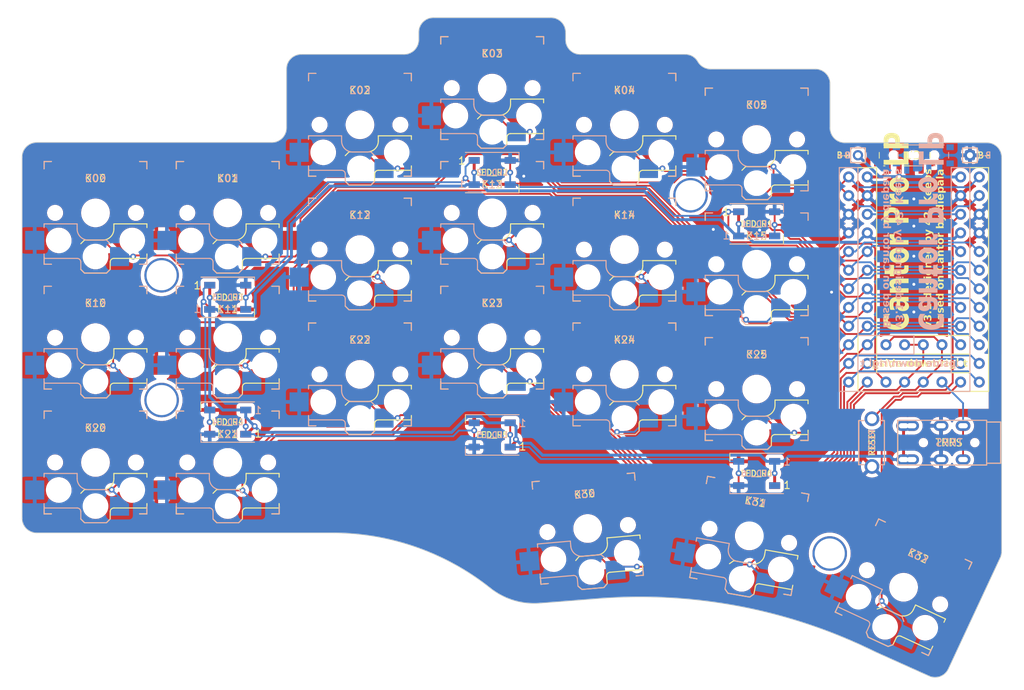
<source format=kicad_pcb>
(kicad_pcb (version 20240108) (generator "pcbnew") (generator_version "8.0")
  (title_block (title "Cantor Pro LP") (rev "3"))
  (layers (0 "F.Cu" signal) (31 "B.Cu" signal) (34 "B.Paste" user) (35 "F.Paste" user) (36 "B.SilkS" user "B.Silkscreen") (37 "F.SilkS" user "F.Silkscreen") (38 "B.Mask" user) (39 "F.Mask" user) (44 "Edge.Cuts" user))
  (net 0 "")
  (net 1 "+3V3")
  (net 2 "GND")
  (net 3 "/DATA")
  (net 4 "/k00")
  (net 5 "/k01")
  (net 6 "/k02")
  (net 7 "/k03")
  (net 8 "/k04")
  (net 9 "/k05")
  (net 10 "/k10")
  (net 11 "/k11")
  (net 12 "/k12")
  (net 13 "/k13")
  (net 14 "/k14")
  (net 15 "/k15")
  (net 16 "/k20")
  (net 17 "/k21")
  (net 18 "/k22")
  (net 19 "/k23")
  (net 20 "/k24")
  (net 21 "/k25")
  (net 22 "/k30")
  (net 23 "/k31")
  (net 24 "/k32")
  (net 26 "/RGB")
  (net 27 "/RESET")
  (net 32 "/LED1-2")
  (net 33 "/LED2-3")
  (net 34 "/LED3-4")
  (net 35 "/LED4-5")
  (net 36 "/LED5-6")
  (net 39 "/BAT")
  (net 40 "/RAW")
  (footprint "42keebs:Kailh_socket_PG1350_reversible_cropped_pads_rounded_cutouts_no_pin4" (layer "F.Cu") (at 164 94)
    (property "Reference" "K25")
    (property "Value" "KEYSW")
  )
  (footprint "42keebs:Kailh_socket_PG1350_reversible_cropped_pads_rounded_cutouts_no_pin4" (layer "F.Cu") (at 146 92)
    (property "Reference" "K24")
    (property "Value" "KEYSW")
  )
  (footprint "42keebs:LED_WS2812B_PLCC4_5.0x5.0mm_P3.2mm_w_cutout" (layer "F.Cu") (at 92 81.5)
    (property "Reference" "LED_R3" (hide yes))
    (property "Value" "WS2812B" (hide yes))
  )
  (footprint "42keebs:Kailh_socket_PG1350_reversible_cropped_pads_rounded_cutouts_no_pin4" (layer "F.Cu") (at 92 104)
    (property "Reference" "K21")
    (property "Value" "KEYSW")
  )
  (footprint "42keebs:LED_WS2812B_PLCC4_5.0x5.0mm_P3.2mm_w_cutout" (layer "F.Cu") (at 164 105.5 180)
    (property "Reference" "LED_R6")
    (property "Value" "WS2812B" (hide yes))
  )
  (footprint "42keebs:LED_WS2812B_PLCC4_5.0x5.0mm_P3.2mm_w_cutout" (layer "F.Cu") (at 128.003769 100.25 180)
    (property "Reference" "LED_R5")
    (property "Value" "WS2812B" (hide yes))
  )
  (footprint "42keebs:Kailh_socket_PG1350_reversible_cropped_pads_rounded_cutouts_no_pin4" (layer "F.Cu") (at 110 58)
    (property "Reference" "K02")
    (property "Value" "KEYSW")
  )
  (footprint "42keebs:Kailh_socket_PG1350_reversible_cropped_pads_rounded_cutouts_no_pin4" (layer "F.Cu") (at 74 87)
    (property "Reference" "K10")
    (property "Value" "KEYSW")
  )
  (footprint "cantor:Standoff_Hole" (layer "F.Cu") (at 83 78.5)
    (property "Reference" "H1" (hide yes))
    (property "Value" "MountingHole" (hide yes))
  )
  (footprint "42keebs:LED_WS2812B_PLCC4_5.0x5.0mm_P3.2mm_w_cutout" (layer "F.Cu") (at 92 98.5 180)
    (property "Reference" "LED_R4")
    (property "Value" "WS2812B" (hide yes))
  )
  (footprint "42keebs:Kailh_socket_PG1350_reversible_cropped_pads_rounded_cutouts_no_pin4" (layer "F.Cu") (at 146 58)
    (property "Reference" "K04")
    (property "Value" "KEYSW")
  )
  (footprint "42keebs:Kailh_socket_PG1350_reversible_cropped_pads_rounded_cutouts_no_pin4" (layer "F.Cu") (at 110 75)
    (property "Reference" "K12")
    (property "Value" "KEYSW")
  )
  (footprint "42keebs:SW_SPDT_PCM12_double_sided_shifted_with_edge_cutouts" (layer "F.Cu") (at 185.414616 62.48 180)
    (property "Reference" "SW2" (hide yes))
    (property "Value" "POWER")
  )
  (footprint "cantor:Standoff_Hole" (layer "F.Cu") (at 173.95 116.4)
    (property "Reference" "H4" (hide yes))
    (property "Value" "MountingHole" (hide yes))
  )
  (footprint "42keebs:Kailh_socket_PG1350_reversible_cropped_pads_rounded_cutouts_no_pin4" (layer "F.Cu") (at 141 113 5)
    (property "Reference" "K30")
    (property "Value" "KEYSW")
  )
  (footprint "42keebs:Kailh_socket_PG1350_reversible_cropped_pads_rounded_cutouts_no_pin4" (layer "F.Cu") (at 92 70)
    (property "Reference" "K01")
    (property "Value" "KEYSW")
  )
  (footprint "cantor:TACT_SWITCH_TVBP06" (layer "F.Cu") (at 179.698 101.3 90)
    (property "Reference" "SW1" (hide yes))
    (property "Value" "RESET" (hide yes))
  )
  (footprint "42keebs:Kailh_socket_PG1350_reversible_cropped_pads_rounded_cutouts_no_pin4" (layer "F.Cu") (at 146 75)
    (property "Reference" "K14")
    (property "Value" "KEYSW")
  )
  (footprint "42keebs:Kailh_socket_PG1350_reversible_cropped_pads_rounded_cutouts_no_pin4" (layer "F.Cu") (at 128 87)
    (property "Reference" "K23")
    (property "Value" "KEYSW")
  )
  (footprint "42keebs:Kailh_socket_PG1350_reversible_cropped_pads_rounded_cutouts_no_pin4" (layer "F.Cu") (at 128 53)
    (property "Reference" "K03")
    (property "Value" "KEYSW")
  )
  (footprint "cantor:Standoff_Hole" (layer "F.Cu") (at 83 95.5)
    (property "Reference" "H3" (hide yes))
    (property "Value" "MountingHole" (hide yes))
  )
  (footprint "42keebs:Kailh_socket_PG1350_reversible_cropped_pads_rounded_cutouts_no_pin4" (layer "F.Cu") (at 110 92)
    (property "Reference" "K22")
    (property "Value" "KEYSW")
  )
  (footprint "42keebs:TRRS-PJ-320A-reversible-symmetric" (layer "F.Cu") (at 195.3 101.3 -90)
    (property "Reference" "J1" (hide yes))
    (property "Value" "TRRS")
  )
  (footprint "42keebs:Kailh_socket_PG1350_reversible_cropped_pads_rounded_cutouts_no_pin4" (layer "F.Cu") (at 164 77)
    (property "Reference" "K15")
    (property "Value" "KEYSW")
  )
  (footprint "cantor:Standoff_Hole" (layer "F.Cu") (at 155 67.6)
    (property "Reference" "H2" (hide yes))
    (property "Value" "MountingHole" (hide yes))
  )
  (footprint "42keebs:Kailh_socket_PG1350_reversible_cropped_pads_rounded_cutouts_no_pin4" (layer "F.Cu") (at 184 121 -25)
    (property "Reference" "K32")
    (property "Value" "KEYSW")
  )
  (footprint "42keebs:Kailh_socket_PG1350_reversible_cropped_pads_rounded_cutouts_no_pin4" (layer "F.Cu") (at 92 87)
    (property "Reference" "K11")
    (property "Value" "KEYSW")
  )
  (footprint "42keebs:ProMicro_Battery_Connector_Double_Sided_wide" (layer "F.Cu") (at 185.414616 62.15)
    (property "Reference" "J2")
    (property "Value" "BAT" (hide yes))
  )
  (footprint "42keebs:Frood_nice-nano_PinHeader_2x12+5+3_P2.54mm_Dual_V-aligned" (layer "F.Cu") (at 185.414616 62.56725)
    (property "Reference" "U1" (hide yes))
    (property "Value" "Frood/nice!nano" (hide yes))
  )
  (footprint "42keebs:LED_WS2812B_PLCC4_5.0x5.0mm_P3.2mm_w_cutout" (layer "F.Cu") (at 164 71.5)
    (property "Reference" "LED_R1" (hide yes))
    (property "Value" "WS2812B" (hide yes))
  )
  (footprint "42keebs:Kailh_socket_PG1350_reversible_cropped_pads_rounded_cutouts_no_pin4" (layer "F.Cu") (at 164 60)
    (property "Reference" "K05")
    (property "Value" "KEYSW")
  )
  (footprint "42keebs:Kailh_socket_PG1350_reversible_cropped_pads_rounded_cutouts_no_pin4" (layer "F.Cu") (at 74 103.999999)
    (property "Reference" "K20")
    (property "Value" "KEYSW")
  )
  (footprint "42keebs:Kailh_socket_PG1350_reversible_cropped_pads_rounded_cutouts_no_pin4" (layer "F.Cu") (at 128 70)
    (property "Reference" "K13")
    (property "Value" "KEYSW")
  )
  (footprint "42keebs:LED_WS2812B_PLCC4_5.0x5.0mm_P3.2mm_w_cutout" (layer "F.Cu") (at 128 64.5)
    (property "Reference" "LED_R2" (hide yes))
    (property "Value" "WS2812B" (hide yes))
  )
  (footprint "42keebs:Kailh_socket_PG1350_reversible_cropped_pads_rounded_cutouts_no_pin4" (layer "F.Cu") (at 74 70)
    (property "Reference" "K00")
    (property "Value" "KEYSW")
  )
  (footprint "42keebs:Kailh_socket_PG1350_reversible_cropped_pads_rounded_cutouts_no_pin4" (layer "F.Cu") (at 163 114 -10)
    (property "Reference" "K31")
    (property "Value" "KEYSW")
  )
  (footprint "42keebs:LED_WS2812B_PLCC4_5.0x5.0mm_P3.2mm_w_cutout" (layer "B.Cu") (at 164 105.5 180)
    (property "Reference" "LED_L6" (hide yes))
    (property "Value" "WS2812B" (hide yes))
  )
  (footprint "42keebs:LED_WS2812B_PLCC4_5.0x5.0mm_P3.2mm_w_cutout" (layer "B.Cu") (at 92 81.5)
    (property "Reference" "LED_L3")
    (property "Value" "WS2812B" (hide yes))
  )
  (footprint "42keebs:LED_WS2812B_PLCC4_5.0x5.0mm_P3.2mm_w_cutout" (layer "B.Cu") (at 164 71.5)
    (property "Reference" "LED_L1")
    (property "Value" "WS2812B" (hide yes))
  )
  (footprint "42keebs:LED_WS2812B_PLCC4_5.0x5.0mm_P3.2mm_w_cutout" (layer "B.Cu") (at 128 64.5)
    (property "Reference" "LED_L2")
    (property "Value" "WS2812B" (hide yes))
  )
  (footprint "42keebs:LED_WS2812B_PLCC4_5.0x5.0mm_P3.2mm_w_cutout" (layer "B.Cu") (at 92 98.5 180)
    (property "Reference" "LED_L4" (hide yes))
    (property "Value" "WS2812B" (hide yes))
  )
  (footprint "42keebs:LED_WS2812B_PLCC4_5.0x5.0mm_P3.2mm_w_cutout" (layer "B.Cu") (at 128.003769 100.25 180)
    (property "Reference" "LED_L5" (hide yes))
    (property "Value" "WS2812B" (hide yes))
  )
  (gr_arc (start 100 50.4) (mid 100.585786 48.985786) (end 102 48.4) (stroke (width 0.1)) (layer "Edge.Cuts"))
  (gr_line (start 66 113.599999) (end 106.5 113.6) (stroke (width 0.1)) (layer "Edge.Cuts"))
  (gr_arc (start 134.5 123.175) (mid 130.930967 122.788889) (end 127.75 121.125) (stroke (width 0.1)) (layer "Edge.Cuts"))
  (gr_arc (start 176.000206 60.433998) (mid 174.585993 59.848211) (end 174.000207 58.433998) (stroke (width 0.1)) (layer "Edge.Cuts"))
  (gr_arc (start 118 45.4) (mid 118.585786 43.985786) (end 120 43.4) (stroke (width 0.1)) (layer "Edge.Cuts"))
  (gr_line (start 190.102526 132.122904) (end 197.161654 116.984668) (stroke (width 0.1)) (layer "Edge.Cuts"))
  (gr_line (start 172.000208 50.4) (end 157.750002 50.399998) (stroke (width 0.1)) (layer "Edge.Cuts"))
  (gr_line (start 118 45.4) (end 118 46.4) (stroke (width 0.1)) (layer "Edge.Cuts"))
  (gr_line (start 138 46.4) (end 138 45.4) (stroke (width 0.1)) (layer "Edge.Cuts"))
  (gr_arc (start 190.102526 132.122904) (mid 188.987801 133.151954) (end 187.471518 133.10256) (stroke (width 0.1)) (layer "Edge.Cuts"))
  (gr_line (start 195.352208 60.434) (end 176.000206 60.433998) (stroke (width 0.1)) (layer "Edge.Cuts"))
  (gr_line (start 174.000207 58.433998) (end 174.000207 52.4) (stroke (width 0.1)) (layer "Edge.Cuts"))
  (gr_line (start 100 50.4) (end 100 58.4) (stroke (width 0.1)) (layer "Edge.Cuts"))
  (gr_line (start 98 60.4) (end 66 60.4) (stroke (width 0.1)) (layer "Edge.Cuts"))
  (gr_arc (start 136.000001 43.4) (mid 137.414214 43.985787) (end 138 45.4) (stroke (width 0.1)) (layer "Edge.Cuts"))
  (gr_arc (start 118 46.4) (mid 117.414214 47.814214) (end 116 48.4) (stroke (width 0.1)) (layer "Edge.Cuts"))
  (gr_arc (start 66 113.599999) (mid 64.585787 113.014213) (end 64 111.6) (stroke (width 0.1)) (layer "Edge.Cuts"))
  (gr_line (start 141.8 122.600001) (end 134.5 123.175) (stroke (width 0.1)) (layer "Edge.Cuts"))
  (gr_line (start 180.129399 129.8) (end 187.471518 133.10256) (stroke (width 0.1)) (layer "Edge.Cuts"))
  (gr_arc (start 140 48.4) (mid 138.585786 47.814214) (end 138 46.4) (stroke (width 0.1)) (layer "Edge.Cuts"))
  (gr_arc (start 157.750002 50.399998) (mid 156.742226 50.132363) (end 156 49.4) (stroke (width 0.1)) (layer "Edge.Cuts"))
  (gr_arc (start 197.349627 116.138173) (mid 197.302069 116.57173) (end 197.161654 116.984668) (stroke (width 0.1)) (layer "Edge.Cuts"))
  (gr_line (start 64 62.4) (end 64 111.6) (stroke (width 0.1)) (layer "Edge.Cuts"))
  (gr_line (start 136.000001 43.4) (end 120 43.4) (stroke (width 0.1)) (layer "Edge.Cuts"))
  (gr_arc (start 64 62.4) (mid 64.585786 60.985787) (end 66 60.4) (stroke (width 0.1)) (layer "Edge.Cuts"))
  (gr_arc (start 106.5 113.600001) (mid 117.756229 115.57996) (end 127.75 121.125) (stroke (width 0.1)) (layer "Edge.Cuts"))
  (gr_arc (start 195.352208 60.434) (mid 196.766416 61.019789) (end 197.352208 62.434) (stroke (width 0.1)) (layer "Edge.Cuts"))
  (gr_arc (start 172.000208 50.4) (mid 173.414421 50.985787) (end 174.000207 52.4) (stroke (width 0.1)) (layer "Edge.Cuts"))
  (gr_line (start 116 48.4) (end 102 48.4) (stroke (width 0.1)) (layer "Edge.Cuts"))
  (gr_arc (start 154.3 48.4) (mid 155.286154 48.668538) (end 156 49.4) (stroke (width 0.1)) (layer "Edge.Cuts"))
  (gr_line (start 197.349627 116.138173) (end 197.352208 62.434) (stroke (width 0.1)) (layer "Edge.Cuts"))
  (gr_arc (start 100 58.4) (mid 99.414214 59.814214) (end 98 60.4) (stroke (width 0.1)) (layer "Edge.Cuts"))
  (gr_line (start 154.3 48.4) (end 140 48.4) (stroke (width 0.1)) (layer "Edge.Cuts"))
  (gr_arc (start 141.8 122.600001) (mid 161.459797 123.564333) (end 180.129399 129.8) (stroke (width 0.1)) (layer "Edge.Cuts"))
  (gr_text "v3.1 designed by 42. Keebs\nBased on Cantor by diepala" (at 182.5 85.7 270) (layer "B.SilkS") (effects (font (size 1 1) (thickness 0.2) (bold yes)) (justify left mirror)))
  (gr_text "Cantor Pro LP" (at 187.45 86.1 270) (layer "B.SilkS") (effects (font (size 3.33 2.5) (thickness 0.5) (bold yes)) (justify left mirror)))
  (gr_text "v3.1 designed by 42. Keebs\nBased on Cantor by diepala" (at 188.2 85.7 90) (layer "F.SilkS") (effects (font (size 1 1) (thickness 0.2) (bold yes)) (justify left)))
  (gr_text "Cantor Pro LP" (at 183.3 86.1 90) (layer "F.SilkS") (effects (font (size 3.33 2.5) (thickness 0.5) (bold yes)) (justify left)))
  (segment (start 131.230162 101.123607) (end 130.453769 101.9) (width 0.4) (layer "F.Cu") (net 1))
  (segment (start 125.55 64.5) (end 125.55 62.85) (width 0.4) (layer "F.Cu") (net 1))
  (segment (start 166.45 105.475) (end 166.45 107.15) (width 0.4) (layer "F.Cu") (net 1))
  (segment (start 184 103.6) (end 184 99) (width 0.4) (layer "F.Cu") (net 1))
  (segment (start 131.230162 100.850579) (end 131.230162 101.123607) (width 0.4) (layer "F.Cu") (net 1))
  (segment (start 95.666423 99.058577) (end 94.575 100.15) (width 0.4) (layer "F.Cu") (net 1))
  (segment (start 89.55 81.55) (end 89.55 79.85) (width 0.4) (layer "F.Cu") (net 1))
  (segment (start 94.575 100.15) (end 94.45 100.15) (width 0.4) (layer "F.Cu") (net 1))
  (segment (start 161.55 71.5) (end 161.55 69.85) (width 0.4) (layer "F.Cu") (net 1))
  (via (at 131.230162 100.850579) (size 0.8) (drill 0.4) (layers "F.Cu" "B.Cu") (net 1))
  (via (at 95.666423 99.058577) (size 0.8) (drill 0.4) (layers "F.Cu" "B.Cu") (net 1))
  (via (at 161.55 71.5) (size 0.8) (drill 0.4) (layers "F.Cu" "B.Cu") (net 1))
  (via (at 89.55 81.55) (size 0.8) (drill 0.4) (layers "F.Cu" "B.Cu") (net 1))
  (via (at 166.45 105.475) (size 0.8) (drill 0.4) (layers "F.Cu" "B.Cu") (net 1))
  (via (at 125.55 64.5) (size 0.8) (drill 0.4) (layers "F.Cu" "B.Cu") (net 1))
  (segment (start 105.842462 66.35) (end 124.3 66.35) (width 0.4) (layer "B.Cu") (net 1))
  (segment (start 95.666423 99.058577) (end 94.45 97.842154) (width 0.4) (layer "B.Cu") (net 1))
  (segment (start 89.55 83.15) (end 89.55 81.55) (width 0.4) (layer "B.Cu") (net 1))
  (segment (start 164.5 103) (end 165.35 103.85) (width 0.4) (layer "B.Cu") (net 1))
  (segment (start 131.230162 100.850579) (end 131.25 100.830741) (width 0.4) (layer "B.Cu") (net 1))
  (segment (start 131.230162 100.850579) (end 131.754583 101.375) (width 0.4) (layer "B.Cu") (net 1))
  (segment (start 130.453769 98.6) (end 127.35 98.6) (width 0.4) (layer "B.Cu") (net 1))
  (segment (start 89.55 83.15) (end 90.5 83.15) (width 0.4) (layer "B.Cu") (net 1))
  (segment (start 90.5 83.15) (end 91.35 84) (width 0.4) (layer "B.Cu") (net 1))
  (segment (start 124.5 66.15) (end 125.55 66.15) (width 0.4) (layer "B.Cu") (net 1))
  (segment (start 91.325 96.85) (end 94.45 96.85) (width 0.4) (layer "B.Cu") (net 1))
  (segment (start 133.228769 101.375) (end 134.853769 103) (width 0.4) (layer "B.Cu") (net 1))
  (segment (start 182.15 103.15) (end 182.6 103.6) (width 0.4) (layer "B.Cu") (net 1))
  (segment (start 182.6 103.6) (end 184 103.6) (width 0.4) (layer "B.Cu") (net 1))
  (segment (start 89.55 95.075) (end 91.325 96.85) (width 0.4) (layer "B.Cu") (net 1))
  (segment (start 167.65 103.85) (end 168.35 103.15) (width 0.4) (layer "B.Cu") (net 1))
  (segment (start 178.991616 72.72725) (end 179.773366 73.509) (width 0.4) (layer "B.Cu") (net 1))
  (segment (start 163.55 74) (end 162.7 73.15) (width 0.4) (layer "B.Cu") (net 1))
  (segment (start 148.657538 67) (end 127.4 67) (width 0.4) (layer "B.Cu") (net 1))
  (segment (start 166.45 103.85) (end 167.65 103.85) (width 0.4) (layer "B.Cu") (net 1))
  (segment (start 95.4 84) (end 95.75 83.65) (width 0.4) (layer "B.Cu") (net 1))
  (segment (start 165.35 103.85) (end 166.45 103.85) (width 0.4) (layer "B.Cu") (net 1))
  (segment (start 134.853769 103) (end 164.5 103) (width 0.4) (layer "B.Cu") (net 1))
  (segment (start 100.675 76.067462) (end 100.675 71.517462) (width 0.4) (layer "B.Cu") (net 1))
  (segment (start 130.75 98.6) (end 130.453769 98.6) (width 0.4) (layer "B.Cu") (net 1))
  (segment (start 126.55 66.15) (end 125.55 66.15) (width 0.4) (layer "B.Cu") (net 1))
  (segment (start 126.5 97.75) (end 124.625 97.75) (width 0.4) (layer "B.Cu") (net 1))
  (segment (start 161.55 73.15) (end 161.25 73.15) (width 0.4) (layer "B.Cu") (net 1))
  (segment (start 125.55 66.15) (end 125.55 64.5) (width 0.4) (layer "B.Cu") (net 1))
  (segment (start 161.25 73.15) (end 159.025 70.925) (width 0.4) (layer "B.Cu") (net 1))
  (segment (start 95.75 83.65) (end 95.75 80.992462) (width 0.4) (layer "B.Cu") (net 1))
  (segment (start 122.475 99.9) (end 96.507846 99.9) (width 0.4) (layer "B.Cu") (net 1))
  (segment (start 179.064616 72.72725) (end 177.791866 74) (width 0.4) (layer "B.Cu") (net 1))
  (segment (start 124.625 97.75) (end 122.475 99.9) (width 0.4) (layer "B.Cu") (net 1))
  (segment (start 166.45 103.85) (end 166.45 105.475) (width 0.4) (layer "B.Cu") (net 1))
  (segment (start 127.35 98.6) (end 126.5 97.75) (width 0.4) (layer "B.Cu") (net 1))
  (segment (start 124.3 66.35) (end 124.5 66.15) (width 0.4) (layer "B.Cu") (net 1))
  (segment (start 159.025 70.925) (end 152.582538 70.925) (width 0.4) (layer "B.Cu") (net 1))
  (segment (start 177.791866 74) (end 163.55 74) (width 0.4) (layer "B.Cu") (net 1))
  (segment (start 95.75 80.992462) (end 100.675 76.067462) (width 0.4) (layer "B.Cu") (net 1))
  (segment (start 190.909867 73.509) (end 191.691616 72.727251) (width 0.4) (layer "B.Cu") (net 1))
  (segment (start 89.55 83.15) (end 89.55 95.075) (width 0.4) (layer "B.Cu") (net 1))
  (segment (start 127.4 67) (end 126.55 66.15) (width 0.4) (layer "B.Cu") (net 1))
  (segment (start 179.773366 73.509) (end 190.909867 73.509) (width 0.4) (layer "B.Cu") (net 1))
  (segment (start 152.582538 70.925) (end 148.657538 67) (width 0.4) (layer "B.Cu") (net 1))
  (segment (start 131.25 99.1) (end 130.75 98.6) (width 0.4) (layer "B.Cu") (net 1))
  (segment (start 162.7 73.15) (end 161.55 73.15) (width 0.4) (layer "B.Cu") (net 1))
  (segment (start 131.754583 101.375) (end 133.228769 101.375) (width 0.4) (layer "B.Cu") (net 1))
  (segment (start 94.45 97.842154) (end 94.45 96.85) (width 0.4) (layer "B.Cu") (net 1))
  (segment (start 168.35 103.15) (end 182.15 103.15) (width 0.4) (layer "B.Cu") (net 1))
  (segment (start 96.507846 99.9) (end 95.666423 99.058577) (width 0.4) (layer "B.Cu") (net 1))
  (segment (start 161.55 73.15) (end 161.55 71.5) (width 0.4) (layer "B.Cu") (net 1))
  (segment (start 131.25 100.830741) (end 131.25 99.1) (width 0.4) (layer "B.Cu") (net 1))
  (segment (start 91.35 84) (end 95.4 84) (width 0.4) (layer "B.Cu") (net 1))
  (segment (start 100.675 71.517462) (end 105.842462 66.35) (width 0.4) (layer "B.Cu") (net 1))
  (via (at 185.4 83.5) (size 0.8) (drill 0.4) (layers "F.Cu" "B.Cu") (net 2))
  (via (at 174.2 80.8) (size 0.8) (drill 0.4) (layers "F.Cu" "B.Cu") (net 2))
  (via (at 185.4 71.8) (size 0.8) (drill 0.4) (layers "F.Cu" "B.Cu") (net 2))
  (via (at 185.4 79.734) (size 0.8) (drill 0.4) (layers "F.Cu" "B.Cu") (net 2))
  (via (at 158.1 72.25) (size 0.8) (drill 0.4) (layers "F.Cu" "B.Cu") (net 2))
  (via (at 185.4 75.9) (size 0.8) (drill 0.4) (layers "F.Cu" "B.Cu") (net 2))
  (via (at 185.4 68.1) (size 0.8) (drill 0.4) (layers "F.Cu" "B.Cu") (net 2))
  (via (at 164.4 72.35) (size 0.8) (drill 0.4) (layers "F.Cu" "B.Cu") (net 2))
  (via (at 132.3 65) (size 0.8) (drill 0.4) (layers "F.Cu" "B.Cu") (net 2))
  (segment (start 192.1 99) (end 192.1 103.6) (width 0.25) (layer "F.Cu") (net 3))
  (segment (start 192.1 95.922634) (end 192.1 99) (width 0.25) (layer "B.Cu") (net 3))
  (segment (start 189.224616 93.04725) (end 192.1 95.922634) (width 0.25) (layer "B.Cu") (net 3))
  (segment (start 136.909188 67.2) (end 131.709188 62) (width 0.25) (layer "F.Cu") (net 4))
  (segment (start 84.1 75.8) (end 79.275 75.8) (width 0.25) (layer "F.Cu") (net 4))
  (segment (start 79.275 75.8) (end 79.125001 75.95) (width 0.25) (layer "F.Cu") (net 4))
  (segment (start 72.65 74) (end 75.324999 74) (width 0.25) (layer "F.Cu") (net 4))
  (segment (start 174.55 77.7) (end 172.05 77.7) (width 0.25) (layer "F.Cu") (net 4))
  (segment (start 120.186396 66.5) (end 106.827208 66.5) (width 0.25) (layer "F.Cu") (net 4))
  (segment (start 124.686396 62) (end 120.186396 66.5) (width 0.25) (layer "F.Cu") (net 4))
  (segment (start 131.709188 62) (end 124.686396 62) (width 0.25) (layer "F.Cu") (net 4))
  (segment (start 169.25 74.9) (end 160.042872 74.9) (width 0.25) (layer "F.Cu") (net 4))
  (segment (start 95.3 76.7) (end 94.15 77.85) (width 0.25) (layer "F.Cu") (net 4))
  (segment (start 102.35 70.977208) (end 102.35 75.45) (width 0.25) (layer "F.Cu") (net 4))
  (segment (start 70.700001 75.95) (end 72.65 74) (width 0.25) (layer "F.Cu") (net 4))
  (segment (start 160.042872 74.9) (end 159.542872 74.4) (width 0.25) (layer "F.Cu") (net 4))
  (segment (start 179.064616 77.80725) (end 177.871866 79) (width 0.25) (layer "F.Cu") (net 4))
  (segment (start 177.871866 79) (end 175.85 79) (width 0.25) (layer "F.Cu") (net 4))
  (segment (start 175.85 79) (end 174.55 77.7) (width 0.25) (layer "F.Cu") (net 4))
  (segment (start 94.15 77.85) (end 86.15 77.85) (width 0.25) (layer "F.Cu") (net 4))
  (segment (start 106.827208 66.5) (end 102.35 70.977208) (width 0.25) (layer "F.Cu") (net 4))
  (segment (start 101.1 76.7) (end 95.3 76.7) (width 0.25) (layer "F.Cu") (net 4))
  (segment (start 156.395584 74.4) (end 149.195584 67.2) (width 0.25) (layer "F.Cu") (net 4))
  (segment (start 86.15 77.85) (end 84.1 75.8) (width 0.25) (layer "F.Cu") (net 4))
  (segment (start 149.195584 67.2) (end 136.909188 67.2) (width 0.25) (layer "F.Cu") (net 4))
  (segment (start 172.05 77.7) (end 169.25 74.9) (width 0.25) (layer "F.Cu") (net 4))
  (segment (start 77.275 75.95) (end 79.125001 75.95) (width 0.25) (layer "F.Cu") (net 4))
  (segment (start 102.35 75.45) (end 101.1 76.7) (width 0.25) (layer "F.Cu") (net 4))
  (segment (start 159.542872 74.4) (end 156.395584 74.4) (width 0.25) (layer "F.Cu") (net 4))
  (segment (start 75.324999 74) (end 77.275 75.95) (width 0.25) (layer "F.Cu") (net 4))
  (via (at 79.125001 75.95) (size 0.8) (drill 0.4) (layers "F.Cu" "B.Cu") (net 4))
  (segment (start 178.991616 77.80725) (end 191.691616 77.80725) (width 0.25) (layer "B.Cu") (net 4))
  (segment (start 79.125001 75.95) (end 77.275 75.95) (width 0.25) (layer "B.Cu") (net 4))
  (segment (start 120 66.05) (end 124.5 61.55) (width 0.25) (layer "F.Cu") (net 5))
  (segment (start 137.095584 66.75) (end 149.38198 66.75) (width 0.25) (layer "F.Cu") (net 5))
  (segment (start 124.5 61.55) (end 131.895584 61.55) (width 0.25) (layer "F.Cu") (net 5))
  (segment (start 131.895584 61.55) (end 137.095584 66.75) (width 0.25) (layer "F.Cu") (net 5))
  (segment (start 106.640812 66.05) (end 120 66.05) (width 0.25) (layer "F.Cu") (net 5))
  (segment (start 171.986396 77) (end 175.717366 77) (width 0.25) (layer "F.Cu") (net 5))
  (segment (start 93.325 74) (end 95.274999 75.95) (width 0.25) (layer "F.Cu") (net 5))
  (segment (start 156.58198 73.95) (end 159.729268 73.95) (width 0.25) (layer "F.Cu") (net 5))
  (segment (start 169.436396 74.45) (end 171.986396 77) (width 0.25) (layer "F.Cu") (net 5))
  (segment (start 160.229268 74.45) (end 169.436396 74.45) (width 0.25) (layer "F.Cu") (net 5))
  (segment (start 101.9 70.790812) (end 106.640812 66.05) (width 0.25) (layer "F.Cu") (net 5))
  (segment (start 90.65 74) (end 93.325 74) (width 0.25) (layer "F.Cu") (net 5))
  (segment (start 101.163604 75.95) (end 101.9 75.213604) (width 0.25) (layer "F.Cu") (net 5))
  (segment (start 159.729268 73.95) (end 160.229268 74.45) (width 0.25) (layer "F.Cu") (net 5))
  (segment (start 101.9 75.213604) (end 101.9 70.790812) (width 0.25) (layer "F.Cu") (net 5))
  (segment (start 175.717366 77) (end 176.524616 77.80725) (width 0.25) (layer "F.Cu") (net 5))
  (segment (start 97.125 75.95) (end 101.163604 75.95) (width 0.25) (layer "F.Cu") (net 5))
  (segment (start 95.274999 75.95) (end 97.125 75.95) (width 0.25) (layer "F.Cu") (net 5))
  (segment (start 149.38198 66.75) (end 156.58198 73.95) (width 0.25) (layer "F.Cu") (net 5))
  (segment (start 88.7 75.95) (end 90.65 74) (width 0.25) (layer "F.Cu") (net 5))
  (via (at 97.125 75.95) (size 0.8) (drill 0.4) (layers "F.Cu" "B.Cu") (net 5))
  (segment (start 180.134896 77.35725) (end 179.509896 76.73225) (width 0.25) (layer "B.Cu") (net 5))
  (segment (start 97.125 75.95) (end 95.274999 75.95) (width 0.25) (layer "B.Cu") (net 5))
  (segment (start 193.156616 76.73225) (end 191.319336 76.73225) (width 0.25) (layer "B.Cu") (net 5))
  (segment (start 194.231616 77.80725) (end 193.156616 76.73225) (width 0.25) (layer "B.Cu") (net 5))
  (segment (start 191.319336 76.73225) (end 190.694336 77.35725) (width 0.25) (layer "B.Cu") (net 5))
  (segment (start 190.694336 77.35725) (end 180.134896 77.35725) (width 0.25) (layer "B.Cu") (net 5))
  (segment (start 177.526616 76.73225) (end 176.451616 77.80725) (width 0.25) (layer "B.Cu") (net 5))
  (segment (start 179.509896 76.73225) (end 177.526616 76.73225) (width 0.25) (layer "B.Cu") (net 5))
  (segment (start 172.122792 76.5) (end 177.758866 76.5) (width 0.25) (layer "F.Cu") (net 6))
  (segment (start 169.622792 74) (end 172.122792 76.5) (width 0.25) (layer "F.Cu") (net 6))
  (segment (start 156.759188 73.490812) (end 159.906476 73.490812) (width 0.25) (layer "F.Cu") (net 6))
  (segment (start 124.313604 61.1) (end 132.08198 61.1) (width 0.25) (layer "F.Cu") (net 6))
  (segment (start 115.125 63.95) (end 121.463604 63.95) (width 0.25) (layer "F.Cu") (net 6))
  (segment (start 106.7 63.95) (end 108.65 62) (width 0.25) (layer "F.Cu") (net 6))
  (segment (start 177.758866 76.5) (end 178.991616 75.26725) (width 0.25) (layer "F.Cu") (net 6))
  (segment (start 159.906476 73.490812) (end 160.415664 74) (width 0.25) (layer "F.Cu") (net 6))
  (segment (start 121.463604 63.95) (end 124.313604 61.1) (width 0.25) (layer "F.Cu") (net 6))
  (segment (start 137.28198 66.3) (end 149.568376 66.3) (width 0.25) (layer "F.Cu") (net 6))
  (segment (start 108.65 62) (end 111 62) (width 0.25) (layer "F.Cu") (net 6))
  (segment (start 111 62) (end 112.95 63.95) (width 0.25) (layer "F.Cu") (net 6))
  (segment (start 149.568376 66.3) (end 156.759188 73.490812) (width 0.25) (layer "F.Cu") (net 6))
  (segment (start 112.95 63.95) (end 115.125 63.95) (width 0.25) (layer "F.Cu") (net 6))
  (segment (start 160.415664 74) (end 169.622792 74) (width 0.25) (layer "F.Cu") (net 6))
  (segment (start 132.08198 61.1) (end 137.28198 66.3) (width 0.25) (layer "F.Cu") (net 6))
  (via (at 115.125 63.95) (size 0.8) (drill 0.4) (layers "F.Cu" "B.Cu") (net 6))
  (segment (start 179.774866 74.484) (end 190.908366 74.484) (width 0.25) (layer "B.Cu") (net 6))
  (segment (start 115.125 63.95) (end 113.275 63.949999) (width 0.25) (layer "B.Cu") (net 6))
  (segment (start 190.908366 74.484) (end 191.691616 75.26725) (width 0.25) (layer "B.Cu") (net 6))
  (segment (start 178.991616 75.26725) (end 179.774866 74.484) (width 0.25) (layer "B.Cu") (net 6))
  (segment (start 133.125 61.506624) (end 137.468376 65.85) (width 0.25) (layer "F.Cu") (net 7))
  (segment (start 172.309188 76.05) (end 175.741866 76.05) (width 0.25) (layer "F.Cu") (net 7))
  (segment (start 124.7 58.95) (end 126.65 57) (width 0.25) (layer "F.Cu") (net 7))
  (segment (start 156.163604 64.8) (end 157.675 66.311396) (width 0.25) (layer "F.Cu") (net 7))
  (segment (start 168.55 73.55) (end 169.809188 73.55) (width 0.25) (layer "F.Cu") (net 7))
  (segment (start 165.725 71.925305) (end 166.149695 72.35) (width 0.25) (layer "F.Cu") (net 7))
  (segment (start 166.149695 72.35) (end 167.35 72.35) (width 0.25) (layer "F.Cu") (net 7))
  (segment (start 176.524616 75.309384) (end 176.524616 75.26725) (width 0.25) (layer "F.Cu") (net 7))
  (segment (start 165.725 71.899695) (end 165.725 71.925305) (width 0.25) (layer "F.Cu") (net 7))
  (segment (start 130.85 58.95) (end 133.125 58.95) (width 0.25) (layer "F.Cu") (net 7))
  (segment (start 152.75 65.85) (end 153.8 64.8) (width 0.25) (layer "F.Cu") (net 7))
  (segment (start 137.468376 65.85) (end 152.75 65.85) (width 0.25) (layer "F.Cu") (net 7))
  (segment (start 126.65 57) (end 128.9 57) (width 0.25) (layer "F.Cu") (net 7))
  (segment (start 167.35 72.35) (end 168.55 73.55) (width 0.25) (layer "F.Cu") (net 7))
  (segment (start 162.125305 68.3) (end 165.725 71.899695) (width 0.25) (layer "F.Cu") (net 7))
  (segment (start 157.675 66.311396) (end 157.675 67.275) (width 0.25) (layer "F.Cu") (net 7))
  (segment (start 157.675 67.275) (end 158.7 68.3) (width 0.25) (layer "F.Cu") (net 7))
  (segment (start 133.125 58.95) (end 133.125 61.506624) (width 0.25) (layer "F.Cu") (net 7))
  (segment (start 169.809188 73.55) (end 172.309188 76.05) (width 0.25) (layer "F.Cu") (net 7))
  (segment (start 153.8 64.8) (end 156.163604 64.8) (width 0.25) (layer "F.Cu") (net 7))
  (segment (start 175.741866 76.05) (end 176.524616 75.26725) (width 0.25) (layer "F.Cu") (net 7))
  (segment (start 128.9 57) (end 130.85 58.95) (width 0.25) (layer "F.Cu") (net 7))
  (segment (start 158.7 68.3) (end 162.125305 68.3) (width 0.25) (layer "F.Cu") (net 7))
  (via (at 133.125 58.95) (size 0.8) (drill 0.4) (layers "F.Cu" "B.Cu") (net 7))
  (segment (start 178.666 74.034) (end 177.43275 75.26725) (width 0.25) (layer "B.Cu") (net 7))
  (segment (start 192.998366 74.034) (end 178.666 74.034) (width 0.25) (layer "B.Cu") (net 7))
  (segment (start 194.231616 75.26725) (end 192.998366 74.034) (width 0.25) (layer "B.Cu") (net 7))
  (segment (start 133.125 58.95) (end 131.275 58.95) (width 0.25) (layer "B.Cu") (net 7))
  (segment (start 177.43275 75.26725) (end 176.451616 75.26725) (width 0.25) (layer "B.Cu") (net 7))
  (segment (start 158.886396 67.85) (end 164.05 67.85) (width 0.25) (layer "F.Cu") (net 8))
  (segment (start 158.125 66.125) (end 158.125 67.088604) (width 0.25) (layer "F.Cu") (net 8))
  (segment (start 164.75165 67.85) (end 165.95165 66.65) (width 0.25) (layer "F.Cu") (net 8))
  (segment (start 164.35 67.85) (end 164.751652 67.85) (width 0.25) (layer "F.Cu") (net 8))
  (segment (start 164.05 67.85) (end 164.35 67.85) (width 0.25) (layer "F.Cu") (net 8))
  (segment (start 144.7 62) (end 147.375 61.999999) (width 0.25) (layer "F.Cu") (net 8))
  (segment (start 142.75 63.95) (end 144.7 62) (width 0.25) (layer "F.Cu") (net 8))
  (segment (start 175.527366 66.65) (end 176.524616 67.64725) (width 0.25) (layer "F.Cu") (net 8))
  (segment (start 164.05 67.85) (end 164.75165 67.85) (width 0.25) (layer "F.Cu") (net 8))
  (segment (start 149.325 63.95) (end 151.175001 63.95) (width 0.25) (layer "F.Cu") (net 8))
  (segment (start 151.525 64.300001) (end 156.3 64.299999) (width 0.25) (layer "F.Cu") (net 8))
  (segment (start 158.125 67.088604) (end 158.886396 67.85) (width 0.25) (layer "F.Cu") (net 8))
  (segment (start 147.375 61.999999) (end 149.325 63.95) (width 0.25) (layer "F.Cu") (net 8))
  (segment (start 151.175001 63.95) (end 151.525 64.300001) (width 0.25) (layer "F.Cu") (net 8))
  (segment (start 165.95165 66.65) (end 175.527366 66.65) (width 0.25) (layer "F.Cu") (net 8))
  (segment (start 156.3 64.299999) (end 158.125 66.125) (width 0.25) (layer "F.Cu") (net 8))
  (via (at 151.175001 63.95) (size 0.8) (drill 0.4) (layers "F.Cu" "B.Cu") (net 8))
  (segment (start 176.524616 67.64725) (end 177.977366 69.1) (width 0.25) (layer "B.Cu") (net 8))
  (segment (start 192.851866 69.1) (end 194.304616 67.64725) (width 0.25) (layer "B.Cu") (net 8))
  (segment (start 179.51275 69.1) (end 180.15 69.73725) (width 0.25) (layer "B.Cu") (net 8))
  (segment (start 177.977366 69.1) (end 179.51275 69.1) (width 0.25) (layer "B.Cu") (net 8))
  (segment (start 151.175001 63.95) (end 149.275 63.95) (width 0.25) (layer "B.Cu") (net 8))
  (segment (start 191.331586 69.1) (end 192.851866 69.1) (width 0.25) (layer "B.Cu") (net 8))
  (segment (start 180.15 69.73725) (end 190.694336 69.73725) (width 0.25) (layer "B.Cu") (net 8))
  (segment (start 190.694336 69.73725) (end 191.331586 69.1) (width 0.25) (layer "B.Cu") (net 8))
  (segment (start 162.975 63.7) (end 160.725 65.949999) (width 0.25) (layer "F.Cu") (net 9))
  (segment (start 175.431866 66.2) (end 176.524616 65.10725) (width 0.25) (layer "F.Cu") (net 9))
  (segment (start 167.35 66.2) (end 175.431866 66.2) (width 0.25) (layer "F.Cu") (net 9))
  (segment (start 166.3 65.15) (end 167.35 66.2) (width 0.25) (layer "F.Cu") (net 9))
  (segment (start 166.3 63.7) (end 162.975 63.7) (width 0.25) (layer "F.Cu") (net 9))
  (segment (start 166.3 63.7) (end 166.3 65.15) (width 0.25) (layer "F.Cu") (net 9))
  (via (at 166.3 63.7) (size 0.8) (drill 0.4) (layers "F.Cu" "B.Cu") (net 9))
  (segment (start 192.911866 66.5) (end 194.304616 65.10725) (width 0.25) (layer "B.Cu") (net 9))
  (segment (start 176.524616 65.10725) (end 177.917366 66.5) (width 0.25) (layer "B.Cu") (net 9))
  (segment (start 177.917366 66.5) (end 192.911866 66.5) (width 0.25) (layer "B.Cu") (net 9))
  (segment (start 166.3 63.701652) (end 167.275 64.676652) (width 0.25) (layer "B.Cu") (net 9))
  (segment (start 166.3 63.7) (end 166.3 63.701652) (width 0.25) (layer "B.Cu") (net 9))
  (segment (start 167.275 64.676652) (end 167.275 65.95) (width 0.25) (layer "B.Cu") (net 9))
  (segment (start 72.849999 90.8) (end 70.7 92.95) (width 0.25) (layer "F.Cu") (net 10))
  (segment (start 174.212366 78.425) (end 176.134616 80.34725) (width 0.25) (layer "F.Cu") (net 10))
  (segment (start 156.209188 74.85) (end 159.356476 74.85) (width 0.25) (layer "F.Cu") (net 10))
  (segment (start 136.722792 67.65) (end 149.009188 67.65) (width 0.25) (layer "F.Cu") (net 10))
  (segment (start 165.588604 78.425) (end 174.212366 78.425) (width 0.25) (layer "F.Cu") (net 10))
  (segment (start 164.913604 79.1) (end 165.588604 78.425) (width 0.25) (layer "F.Cu") (net 10))
  (segment (start 136.022792 66.95) (end 136.722792 67.65) (width 0.25) (layer "F.Cu") (net 10))
  (segment (start 162.972792 79.1) (end 164.913604 79.1) (width 0.25) (layer "F.Cu") (net 10))
  (segment (start 176.134616 80.34725) (end 176.524616 80.34725) (width 0.25) (layer "F.Cu") (net 10))
  (segment (start 100.972792 81.090812) (end 100.972792 77.527208) (width 0.25) (layer "F.Cu") (net 10))
  (segment (start 100.972792 77.527208) (end 102.8 75.7) (width 0.25) (layer "F.Cu") (net 10))
  (segment (start 149.009188 67.65) (end 156.209188 74.85) (width 0.25) (layer "F.Cu") (net 10))
  (segment (start 107.013604 66.95) (end 136.022792 66.95) (width 0.25) (layer "F.Cu") (net 10))
  (segment (start 97.163604 84.9) (end 100.972792 81.090812) (width 0.25) (layer "F.Cu") (net 10))
  (segment (start 76.4 90.8) (end 72.849999 90.8) (width 0.25) (layer "F.Cu") (net 10))
  (segment (start 76.4 90.8) (end 76.4 88.366314) (width 0.25) (layer "F.Cu") (net 10))
  (segment (start 160.7 76.827208) (end 162.972792 79.1) (width 0.25) (layer "F.Cu") (net 10))
  (segment (start 160.7 76.193524) (end 160.7 76.827208) (width 0.25) (layer "F.Cu") (net 10))
  (segment (start 159.356476 74.85) (end 160.7 76.193524) (width 0.25) (layer "F.Cu") (net 10))
  (segment (start 76.4 88.366314) (end 79.866314 84.9) (width 0.25) (layer "F.Cu") (net 10))
  (segment (start 102.8 75.7) (end 102.8 71.163604) (width 0.25) (layer "F.Cu") (net 10))
  (segment (start 102.8 71.163604) (end 107.013604 66.95) (width 0.25) (layer "F.Cu") (net 10))
  (segment (start 79.866314 84.9) (end 97.163604 84.9) (width 0.25) (layer "F.Cu") (net 10))
  (via (at 76.4 90.8) (size 0.8) (drill 0.4) (layers "F.Cu" "B.Cu") (net 10))
  (segment (start 179.509896 78.88225) (end 177.916616 78.88225) (width 0.25) (layer "B.Cu") (net 10))
  (segment (start 191.319336 78.88225) (end 190.694336 78.25725) (width 0.25) (layer "B.Cu") (net 10))
  (segment (start 194.231616 80.347251) (end 192.766615 78.88225) (width 0.25) (layer "B.Cu") (net 10))
  (segment (start 180.134896 78.25725) (end 179.509896 78.88225) (width 0.25) (layer "B.Cu") (net 10))
  (segment (start 190.694336 78.25725) (end 180.134896 78.25725) (width 0.25) (layer "B.Cu") (net 10))
  (segment (start 192.766615 78.88225) (end 191.319336 78.88225) (width 0.25) (layer "B.Cu") (net 10))
  (segment (start 177.916616 78.88225) (end 176.451616 80.34725) (width 0.25) (layer "B.Cu") (net 10))
  (segment (start 77.275 91.675) (end 77.275 92.95) (width 0.25) (layer "B.Cu") (net 10))
  (segment (start 76.4 90.8) (end 77.275 91.675) (width 0.25) (layer "B.Cu") (net 10))
  (segment (start 96.2 88.898348) (end 96.2 86.5) (width 0.25) (layer "F.Cu") (net 11))
  (segment (start 107.2 67.4) (end 135.836396 67.4) (width 0.25) (layer "F.Cu") (net 11))
  (segment (start 103.25 71.35) (end 107.2 67.4) (width 0.25) (layer "F.Cu") (net 11))
  (segment (start 94.4 90.8) (end 90.85 90.8) (width 0.25) (layer "F.Cu") (net 11))
  (segment (start 101.422792 81.277208) (end 101.422792 77.713604) (width 0.25) (layer "F.Cu") (net 11))
  (segment (start 148.822792 68.1) (end 156.022792 75.3) (width 0.25) (layer "F.Cu") (net 11))
  (segment (start 90.85 90.8) (end 88.7 92.95) (width 0.25) (layer "F.Cu") (net 11))
  (segment (start 94.4 90.698348) (end 96.2 88.898348) (width 0.25) (layer "F.Cu") (net 11))
  (segment (start 162.786396 79.55) (end 165.1 79.55) (width 0.25) (layer "F.Cu") (net 11))
  (segment (start 136.536396 68.1) (end 148.822792 68.1) (width 0.25) (layer "F.Cu") (net 11))
  (segment (start 160.25 77.013604) (end 162.786396 79.55) (width 0.25) (layer "F.Cu") (net 11))
  (segment (start 96.2 86.5) (end 101.422792 81.277208) (width 0.25) (layer "F.Cu") (net 11))
  (segment (start 165.1 79.55) (end 165.775 78.875) (width 0.25) (layer "F.Cu") (net 11))
  (segment (start 165.775 78.875) (end 173.532086 78.875) (width 0.25) (layer "F.Cu") (net 11))
  (segment (start 156.022792 75.3) (end 159.17008 75.3) (width 0.25) (layer "F.Cu") (net 11))
  (segment (start 135.836396 67.4) (end 136.536396 68.1) (width 0.25) (layer "F.Cu") (net 11))
  (segment (start 177.989616 81.42225) (end 179.064616 80.34725) (width 0.25) (layer "F.Cu") (net 11))
  (segment (start 101.422792 77.713604) (end 103.25 75.886396) (width 0.25) (layer "F.Cu") (net 11))
  (segment (start 176.079336 81.42225) (end 177.989616 81.42225) (width 0.25) (layer "F.Cu") (net 11))
  (segment (start 159.17008 75.3) (end 160.25 76.37992) (width 0.25) (layer "F.Cu") (net 11))
  (segment (start 160.25 76.37992) (end 160.25 77.013604) (width 0.25) (layer "F.Cu") (net 11))
  (segment (start 103.25 75.886396) (end 103.25 71.35) (width 0.25) (layer "F.Cu") (net 11))
  (segment (start 94.4 90.8) (end 94.4 90.698348) (width 0.25) (layer "F.Cu") (net 11))
  (segment (start 173.532086 78.875) (end 176.079336 81.42225) (width 0.25) (layer "F.Cu") (net 11))
  (via (at 94.4 90.8) (size 0.8) (drill 0.4) (layers "F.Cu" "B.Cu") (net 11))
  (segment (start 94.4 90.8) (end 95.275001 91.675) (width 0.25) (layer "B.Cu") (net 11))
  (segment (start 95.275001 91.675) (end 95.275 92.95) (width 0.25) (layer "B.Cu") (net 11))
  (segment (start 190.904866 81.134) (end 191.691616 80.34725) (width 0.25) (layer "B.Cu") (net 11))
  (segment (start 179.778366 81.134) (end 190.904866 81.134) (width 0.25) (layer "B.Cu") (net 11))
  (segment (start 178.991616 80.34725) (end 179.778366 81.134) (width 0.25) (layer "B.Cu") (net 11))
  (segment (start 158.983684 75.75) (end 155.836396 75.75) (width 0.25) (layer "F.Cu") (net 12))
  (segment (start 112.4 78.7) (end 108.95 78.7) (width 0.25) (layer "F.Cu") (net 12))
  (segment (start 176.524616 82.88725) (end 175.711866 83.7) (width 0.25) (layer "F.Cu") (net 12))
  (segment (start 135.65 67.85) (end 118.53198 67.85) (width 0.25) (layer "F.Cu") (net 12))
  (segment (start 159.8 77.2) (end 159.8 76.566316) (width 0.25) (layer "F.Cu") (net 12))
  (segment (start 159.8 76.566316) (end 158.983684 75.75) (width 0.25) (layer "F.Cu") (net 12))
  (segment (start 112.4 73.98198) (end 112.4 78.7) (width 0.25) (layer "F.Cu") (net 12))
  (segment (start 168.772792 83.7) (end 165.072792 80) (width 0.25) (layer "F.Cu") (net 12))
  (segment (start 118.53198 67.85) (end 112.4 73.98198) (width 0.25) (layer "F.Cu") (net 12))
  (segment (start 175.711866 83.7) (end 168.772792 83.7) (width 0.25) (layer "F.Cu") (net 12))
  (segment (start 162.6 80) (end 159.8 77.2) (width 0.25) (layer "F.Cu") (net 12))
  (segment (start 108.95 78.7) (end 106.7 80.95) (width 0.25) (layer "F.Cu") (net 12))
  (segment (start 136.35 68.55) (end 135.65 67.85) (width 0.25) (layer "F.Cu") (net 12))
  (segment (start 148.636396 68.55) (end 136.35 68.55) (width 0.25) (layer "F.Cu") (net 12))
  (segment (start 155.836396 75.75) (end 148.636396 68.55) (width 0.25) (layer "F.Cu") (net 12))
  (segment (start 165.072792 80) (end 162.6 80) (width 0.25) (layer "F.Cu") (net 12))
  (via (at 112.4 78.7) (size 0.8) (drill 0.4) (layers "F.Cu" "B.Cu") (net 12))
  (segment (start 177.704866 81.634) (end 176.451616 82.88725) (width 0.25) (layer "B.Cu") (net 12))
  (segment (start 194.231616 82.88725) (end 192.978366 81.634) (width 0.25) (layer "B.Cu") (net 12))
  (segment (start 112.4 78.7) (end 113.275 79.575001) (width 0.25) (layer "B.Cu") (net 12))
  (segment (start 113.275 79.575001) (end 113.275 80.95) (width 0.25) (layer "B.Cu") (net 12))
  (segment (start 192.978366 81.634) (end 177.704866 81.634) (width 0.25) (layer "B.Cu") (net 12))
  (segment (start 164.886396 80.45) (end 168.586396 84.15) (width 0.25) (layer "F.Cu") (net 13))
  (segment (start 177.728866 84.15) (end 178.991616 82.88725) (width 0.25) (layer "F.Cu") (net 13))
  (segment (start 136.3 69) (end 148.45 69) (width 0.25) (layer "F.Cu") (net 13))
  (segment (start 126.949999 73.7) (end 124.7 75.95) (width 0.25) (layer "F.Cu") (net 13))
  (segment (start 162.386396 80.45) (end 164.886396 80.45) (width 0.25) (layer "F.Cu") (net 13))
  (segment (start 148.45 69) (end 157.731802 78.281802) (width 0.25) (layer "F.Cu") (net 13))
  (segment (start 130.300001 73.7) (end 132.150001 71.85) (width 0.25) (layer "F.Cu") (net 13))
  (segment (start 130.300001 73.7) (end 126.949999 73.7) (width 0.25) (layer "F.Cu") (net 13))
  (segment (start 160.218198 78.281802) (end 162.386396 80.45) (width 0.25) (layer "F.Cu") (net 13))
  (segment (start 133.45 71.85) (end 136.3 69) (width 0.25) (layer "F.Cu") (net 13))
  (segment (start 157.731802 78.281802) (end 160.218198 78.281802) (width 0.25) (layer "F.Cu") (net 13))
  (segment (start 168.586396 84.15) (end 177.728866 84.15) (width 0.25) (layer "F.Cu") (net 13))
  (segment (start 132.150001 71.85) (end 133.45 71.85) (width 0.25) (layer "F.Cu") (net 13))
  (via (at 130.300001 73.7) (size 0.8) (drill 0.4) (layers "F.Cu" "B.Cu") (net 13))
  (segment (start 178.991616 82.88725) (end 179.794866 82.084) (width 0.25) (layer "B.Cu") (net 13))
  (segment (start 179.794866 82.084) (end 190.888366 82.084) (width 0.25) (layer "B.Cu") (net 13))
  (segment (start 131.274999 74.675) (end 131.275 75.95) (width 0.25) (layer "B.Cu") (net 13))
  (segment (start 190.888366 82.084) (end 191.691616 82.88725) (width 0.25) (layer "B.Cu") (net 13))
  (segment (start 130.300001 73.7) (end 131.274999 74.675) (width 0.25) (layer "B.Cu") (net 13))
  (segment (start 164.7 80.9) (end 162.2 80.9) (width 0.25) (layer "F.Cu") (net 14))
  (segment (start 175.697366 84.6) (end 168.4 84.6) (width 0.25) (layer "F.Cu") (net 14))
  (segment (start 144.95 78.7) (end 142.7 80.949999) (width 0.25) (layer "F.Cu") (net 14))
  (segment (start 162.2 80.9) (end 160.15 78.85) (width 0.25) (layer "F.Cu") (net 14))
  (segment (start 168.4 84.6) (end 164.7 80.9) (width 0.25) (layer "F.Cu") (net 14))
  (segment (start 176.524616 85.42725) (end 175.697366 84.6) (width 0.25) (layer "F.Cu") (net 14))
  (segment (start 155.45 76.8) (end 150.2 76.8) (width 0.25) (layer "F.Cu") (net 14))
  (segment (start 160.15 78.85) (end 157.5 78.85) (width 0.25) (layer "F.Cu") (net 14))
  (segment (start 157.5 78.85) (end 155.45 76.8) (width 0.25) (layer "F.Cu") (net 14))
  (segment (start 148.3 78.7) (end 144.95 78.7) (width 0.25) (layer "F.Cu") (net 14))
  (segment (start 150.2 76.8) (end 148.3 78.7) (width 0.25) (layer "F.Cu") (net 14))
  (via (at 148.3 78.7) (size 0.8) (drill 0.4) (layers "F.Cu" "B.Cu") (net 14))
  (segment (start 191.319336 84.35225) (end 190.694336 84.97725) (width 0.25) (layer "B.Cu") (net 14))
  (segment (start 180.134896 84.97725) (end 179.509896 84.35225) (width 0.25) (layer "B.Cu") (net 14))
  (segment (start 194.231616 85.42725) (end 193.156616 84.35225) (width 0.25) (layer "B.Cu") (net 14))
  (segment (start 177.526616 84.35225) (end 176.451616 85.42725) (width 0.25) (layer "B.Cu") (net 14))
  (segment (start 148.3 78.7) (end 149.275 79.675) (width 0.25) (layer "B.Cu") (net 14))
  (segment (start 190.694336 84.97725) (end 180.134896 84.97725) (width 0.25) (layer "B.Cu") (net 14))
  (segment (start 179.509896 84.35225) (end 177.526616 84.35225) (width 0.25) (layer "B.Cu") (net 14))
  (segment (start 149.275 79.675) (end 149.275 80.95) (width 0.25) (layer "B.Cu") (net 14))
  (segment (start 193.156616 84.35225) (end 191.319336 84.35225) (width 0.25) (layer "B.Cu") (net 14))
  (segment (start 162.55 84.55) (end 163.05 85.05) (width 0.25) (layer "F.Cu") (net 15))
  (segment (start 177.916616 86.50225) (end 178.991616 85.42725) (width 0.25) (layer "F.Cu") (net 15))
  (segment (start 174.627086 85.05) (end 176.079336 86.50225) (width 0.25) (layer "F.Cu") (net 15))
  (segment (start 176.079336 86.50225) (end 177.916616 86.50225) (width 0.25) (layer "F.Cu") (net 15))
  (segment (start 162.55 84.55) (end 162.3 84.55) (width 0.25) (layer "F.Cu") (net 15))
  (segment (start 163.05 85.05) (end 174.627086 85.05) (width 0.25) (layer "F.Cu") (net 15))
  (segment (start 162.3 84.55) (end 160.7 82.95) (width 0.25) (layer "F.Cu") (net 15))
  (via (at 162.55 84.55) (size 0.8) (drill 0.4) (layers "F.Cu" "B.Cu") (net 15))
  (segment (start 178.991616 85.42725) (end 191.691617 85.42725) (width 0.25) (layer "B.Cu") (net 15))
  (segment (start 162.825 84.825) (end 165.4 84.825) (width 0.25) (layer "B.Cu") (net 15))
  (segment (start 165.4 84.825) (end 167.275 82.95) (width 0.25) (layer "B.Cu") (net 15))
  (segment (start 162.55 84.55) (end 162.825 84.825) (width 0.25) (layer "B.Cu") (net 15))
  (segment (start 114.275304 99.825001) (end 116.100305 98) (width 0.25) (layer "F.Cu") (net 16))
  (segment (start 98.424999 99.825001) (end 114.275304 99.825001) (width 0.25) (layer "F.Cu") (net 16))
  (segment (start 134.202209 95.3) (end 139.452209 100.55) (width 0.25) (layer "F.Cu") (net 16))
  (segment (start 82.010792 105.8) (end 85.900292 101.9105) (width 0.25) (layer "F.Cu") (net 16))
  (segment (start 143.313604 100.55) (end 153.613604 110.85) (width 0.25) (layer "F.Cu") (net 16))
  (segment (start 85.900292 101.9105) (end 96.340292 101.9105) (width 0.25) (layer "F.Cu") (net 16))
  (segment (start 96.340292 101.9105) (end 98.090301 100.160491) (width 0.25) (layer "F.Cu") (net 16))
  (segment (start 76.2 107.7) (end 72.95 107.7) (width 0.25) (layer "F.Cu") (net 16))
  (segment (start 175.9 103.140813) (end 175.9 93.671866) (width 0.25) (layer "F.Cu") (net 16))
  (segment (start 168.190813 110.85) (end 175.9 103.140813) (width 0.25) (layer "F.Cu") (net 16))
  (segment (start 153.613604 110.85) (end 168.190813 110.85) (width 0.25) (layer "F.Cu") (net 16))
  (segment (start 76.2 107.7) (end 78.1 105.8) (width 0.25) (layer "F.Cu") (net 16))
  (segment (start 175.9 93.671866) (end 176.524616 93.04725) (width 0.25) (layer "F.Cu") (net 16))
  (segment (start 139.452209 100.55) (end 143.313604 100.55) (width 0.25) (layer "F.Cu") (net 16))
  (segment (start 98.090301 100.159699) (end 98.424999 99.825001) (width 0.25) (layer "F.Cu") (net 16))
  (segment (start 116.100305 98) (end 119.786396 98) (width 0.25) (layer "F.Cu") (net 16))
  (segment (start 78.1 105.8) (end 82.010792 105.8) (width 0.25) (layer "F.Cu") (net 16))
  (segment (start 72.95 107.7) (end 70.7 109.95) (width 0.25) (layer "F.Cu") (net 16))
  (segment (start 119.786396 98) (end 122.486396 95.3) (width 0.25) (layer "F.Cu") (net 16))
  (segment (start 98.090301 100.160491) (end 98.090301 100.159699) (width 0.25) (layer "F.Cu") (net 16))
  (segment (start 122.486396 95.3) (end 134.202209 95.3) (width 0.25) (layer "F.Cu") (net 16))
  (via (at 76.2 107.7) (size 0.8) (drill 0.4) (layers "F.Cu" "B.Cu") (net 16))
  (segment (start 76.2 107.7) (end 77.275 108.775) (width 0.25) (layer "B.Cu") (net 16))
  (segment (start 176.451616 93.04725) (end 177.916616 91.58225) (width 0.25) (layer "B.Cu") (net 16))
  (segment (start 177.916616 91.58225) (end 192.766617 91.58225) (width 0.25) (layer "B.Cu") (net 16))
  (segment (start 77.275 108.775) (end 77.275 109.95) (width 0.25) (layer "B.Cu") (net 16))
  (segment (start 192.766617 91.58225) (end 194.231616 93.047249) (width 0.25) (layer "B.Cu") (net 16))
  (segment (start 119.972792 98.45) (end 122.672792 95.75) (width 0.25) (layer "F.Cu") (net 17))
  (segment (start 94 107.8) (end 94 104.887188) (width 0.25) (layer "F.Cu") (net 17))
  (segment (start 153.427208 111.3) (end 168.377209 111.3) (width 0.25) (layer "F.Cu") (net 17))
  (segment (start 90.850001 107.8) (end 88.700001 109.95) (width 0.25) (layer "F.Cu") (net 17))
  (segment (start 98.612187 100.275001) (end 114.4617 100.275001) (width 0.25) (layer "F.Cu") (net 17))
  (segment (start 139.265813 101) (end 143.127208 101) (width 0.25) (layer "F.Cu") (net 17))
  (segment (start 176.35 95.761866) (end 179.064616 93.04725) (width 0.25) (layer "F.Cu") (net 17))
  (segment (start 114.4617 100.275001) (end 116.286701 98.45) (width 0.25) (layer "F.Cu") (net 17))
  (segment (start 134.015813 95.75) (end 139.265813 101) (width 0.25) (layer "F.Cu") (net 17))
  (segment (start 116.286701 98.45) (end 119.972792 98.45) (width 0.25) (layer "F.Cu") (net 17))
  (segment (start 94 107.8) (end 90.850001 107.8) (width 0.25) (layer "F.Cu") (net 17))
  (segment (start 94 104.887188) (end 98.612187 100.275001) (width 0.25) (layer "F.Cu") (net 17))
  (segment (start 168.377209 111.3) (end 176.35 103.327209) (width 0.25) (layer "F.Cu") (net 17))
  (segment (start 176.35 103.327209) (end 176.35 95.761866) (width 0.25) (layer "F.Cu") (net 17))
  (segment (start 143.127208 101) (end 153.427208 111.3) (width 0.25) (layer "F.Cu") (net 17))
  (segment (start 122.672792 95.75) (end 134.015813 95.75) (width 0.25) (layer "F.Cu") (net 17))
  (via (at 94 107.8) (size 0.8) (drill 0.4) (layers "F.Cu" "B.Cu") (net 17))
  (segment (start 94 107.8) (end 95.275 109.075) (width 0.25) (layer "B.Cu") (net 17))
  (segment (start 95.275 109.075) (end 95.275 109.95) (width 0.25) (layer "B.Cu") (net 17))
  (segment (start 175.45 92.55) (end 176.2 91.8) (width 0.25) (layer "F.Cu") (net 18))
  (segment (start 168.004417 110.4) (end 175.45 102.954417) (width 0.25) (layer "F.Cu") (net 18))
  (segment (start 139.638605 100.1) (end 143.5 100.1) (width 0.25) (layer "F.Cu") (net 18))
  (segment (start 115.525 97.55) (end 119.6 97.55) (width 0.25) (layer "F.Cu") (net 18))
  (segment (start 113.275 97.95) (end 115.125 97.95) (width 0.25) (layer "F.Cu") (net 18))
  (segment (start 175.45 102.954417) (end 175.45 92.55) (width 0.25) (layer "F.Cu") (net 18))
  (segment (start 177.771866 91.8) (end 179.064616 90.50725) (width 0.25) (layer "F.Cu") (net 18))
  (segment (start 111.325 96.000001) (end 113.275 97.95) (width 0.25) (layer "F.Cu") (net 18))
  (segment (start 119.6 97.55) (end 122.3 94.85) (width 0.25) (layer "F.Cu") (net 18))
  (segment (start 122.3 94.85) (end 134.388605 94.85) (width 0.25) (layer "F.Cu") (net 18))
  (segment (start 153.8 110.4) (end 168.004417 110.4) (width 0.25) (layer "F.Cu") (net 18))
  (segment (start 108.65 96) (end 111.325 96.000001) (width 0.25) (layer "F.Cu") (net 18))
  (segment (start 134.388605 94.85) (end 139.638605 100.1) (width 0.25) (layer "F.Cu") (net 18))
  (segment (start 143.5 100.1) (end 153.8 110.4) (width 0.25) (layer "F.Cu") (net 18))
  (segment (start 115.125 97.95) (end 115.525 97.55) (width 0.25) (layer "F.Cu") (net 18))
  (segment (start 106.7 97.95) (end 108.65 96) (width 0.25) (layer "F.Cu") (net 18))
  (segment (start 176.2 91.8) (end 177.771866 91.8) (width 0.25) (layer "F.Cu") (net 18))
  (via (at 115.125 97.95) (size 0.8) (drill 0.4) (layers "F.Cu" "B.Cu") (net 18))
  (segment (start 178.991616 90.50725) (end 179.616616 89.88225) (width 0.25) (layer "B.Cu") (net 18))
  (segment (start 179.616616 89.88225) (end 191.139616 89.88225) (width 0.25) (layer "B.Cu") (net 18))
  (segment (start 115.125 97.95) (end 113.275 97.95) (width 0.25) (layer "B.Cu") (net 18))
  (segment (start 191.139616 89.88225) (end 191.764616 90.50725) (width 0.25) (layer "B.Cu") (net 18))
  (segment (start 124.699999 92.95) (end 126.65 91) (width 0.25) (layer "F.Cu") (net 19))
  (segment (start 143.693604 99.58) (end 154.063604 109.95) (width 0.25) (layer "F.Cu") (net 19))
  (segment (start 167.818021 109.95) (end 175 102.768021) (width 0.25) (layer "F.Cu") (net 19))
  (segment (start 175 102.768021) (end 175 92.031866) (width 0.25) (layer "F.Cu") (net 19))
  (segment (start 129.325 91) (end 131.275 92.949999) (width 0.25) (layer "F.Cu") (net 19))
  (segment (start 131.275 92.949999) (end 133.125 92.95) (width 0.25) (layer "F.Cu") (net 19))
  (segment (start 139.755 99.58) (end 143.693604 99.58) (width 0.25) (layer "F.Cu") (net 19))
  (segment (start 154.063604 109.95) (end 167.818021 109.95) (width 0.25) (layer "F.Cu") (net 19))
  (segment (start 126.65 91) (end 129.325 91) (width 0.25) (layer "F.Cu") (net 19))
  (segment (start 133.125 92.95) (end 139.755 99.58) (width 0.25) (layer "F.Cu") (net 19))
  (segment (start 175 92.031866) (end 176.524616 90.50725) (width 0.25) (layer "F.Cu") (net 19))
  (via (at 133.125 92.95) (size 0.8) (drill 0.4) (layers "F.Cu" "B.Cu") (net 19))
  (segment (start 133.125 92.95) (end 131.275 92.949999) (width 0.25) (layer "B.Cu") (net 19))
  (segment (start 193.156616 89.43225) (end 177.526616 89.43225) (width 0.25) (layer "B.Cu") (net 19))
  (segment (start 194.231616 90.50725) (end 193.156616 89.43225) (width 0.25) (layer "B.Cu") (net 19))
  (segment (start 177.526616 89.43225) (end 176.451616 90.50725) (width 0.25) (layer "B.Cu") (net 19))
  (segment (start 176.311586 89.2) (end 177.758866 89.2) (width 0.25) (layer "F.Cu") (net 20))
  (segment (start 144.988235 99.847059) (end 144.966176 99.825) (width 0.25) (layer "F.Cu") (net 20))
  (segment (start 144.966176 99.825) (end 144.575 99.825) (width 0.25) (layer "F.Cu") (net 20))
  (segment (start 144.988235 99.847059) (end 144.988235 100.165443) (width 0.25) (layer "F.Cu") (net 20))
  (segment (start 154.322792 109.5) (end 167.631625 109.5) (width 0.25) (layer "F.Cu") (net 20))
  (segment (start 177.758866 89.2) (end 178.991616 87.96725) (width 0.25) (layer "F.Cu") (net 20))
  (segment (start 174.55 90.961586) (end 176.311586 89.2) (width 0.25) (layer "F.Cu") (net 20))
  (segment (start 144.575 99.825) (end 142.7 97.95) (width 0.25) (layer "F.Cu") (net 20))
  (segment (start 174.55 102.581625) (end 174.55 90.961586) (width 0.25) (layer "F.Cu") (net 20))
  (segment (start 144.988235 100.165443) (end 154.322792 109.5) (width 0.25) (layer "F.Cu") (net 20))
  (segment (start 167.631625 109.5) (end 174.55 102.581625) (width 0.25) (layer "F.Cu") (net 20))
  (via (at 144.988235 99.847059) (size 0.8) (drill 0.4) (layers "F.Cu" "B.Cu") (net 20))
  (segment (start 149.25 97.95) (end 149.275 97.95) (width 0.25) (layer "B.Cu") (net 20))
  (segment (start 190.124616 86.32725) (end 191.764616 87.96725) (width 0.25) (layer "B.Cu") (net 20))
  (segment (start 180.704616 86.32725) (end 190.124616 86.32725) (width 0.25) (layer "B.Cu") (net 20))
  (segment (start 144.988235 99.847059) (end 147.352941 99.847059) (width 0.25) (layer "B.Cu") (net 20))
  (segment (start 147.352941 99.847059) (end 149.25 97.95) (width 0.25) (layer "B.Cu") (net 20))
  (segment (start 179.064616 87.96725) (end 180.704616 86.32725) (width 0.25) (layer "B.Cu") (net 20))
  (segment (start 173.15 99.95) (end 174.1 99) (width 0.25) (layer "F.Cu") (net 21))
  (segment (start 165.325 98) (end 167.275 99.95) (width 0.25) (layer "F.Cu") (net 21))
  (segment (start 167.275 99.95) (end 169.125 99.95) (width 0.25) (layer "F.Cu") (net 21))
  (segment (start 174.1 90.391866) (end 176.524616 87.96725) (width 0.25) (layer "F.Cu") (net 21))
  (segment (start 162.65 98) (end 165.325 98) (width 0.25) (layer "F.Cu") (net 21))
  (segment (start 174.1 99) (end 174.1 90.391866) (width 0.25) (layer "F.Cu") (net 21))
  (segment (start 160.7 99.95) (end 162.65 98) (width 0.25) (layer "F.Cu") (net 21))
  (segment (start 169.125 99.95) (end 173.15 99.95) (width 0.25) (layer "F.Cu") (net 21))
  (via (at 169.125 99.95) (size 0.8) (drill 0.4) (layers "F.Cu" "B.Cu") (net 21))
  (segment (start 190.694336 85.87725) (end 180.134896 85.87725) (width 0.25) (layer "B.Cu") (net 21))
  (segment (start 179.509896 86.50225) (end 177.916616 86.50225) (width 0.25) (layer "B.Cu") (net 21))
  (segment (start 194.231616 87.96725) (end 192.766616 86.50225) (width 0.25) (layer "B.Cu") (net 21))
  (segment (start 191.319336 86.50225) (end 190.694336 85.87725) (width 0.25) (layer "B.Cu") (net 21))
  (segment (start 177.916616 86.50225) (end 176.451616 87.96725) (width 0.25) (layer "B.Cu") (net 21))
  (segment (start 192.766616 86.50225) (end 191.319336 86.50225) (width 0.25) (layer "B.Cu") (net 21))
  (segment (start 180.134896 85.87725) (end 179.509896 86.50225) (width 0.25) (layer "B.Cu") (net 21))
  (segment (start 169.125 99.95) (end 167.275 99.95) (width 0.25) (layer "B.Cu") (net 21))
  (segment (start 176.8 95.948262) (end 178.626012 94.12225) (width 0.25) (layer "F.Cu") (net 22))
  (segment (start 147.7 118.2) (end 150.5 118.2) (width 0.25) (layer "F.Cu") (net 22))
  (segment (start 140.45 117.05) (end 138.287206 119.212794) (width 0.25) (layer "F.Cu") (net 22))
  (segment (start 178.626012 94.12225) (end 183.069616 94.12225) (width 0.25) (layer "F.Cu") (net 22))
  (segment (start 186.684616 87.96725) (end 184.144616 87.96725) (width 0.25) (layer "F.Cu") (net 22))
  (segment (start 184.144616 93.04725) (end 186.684616 90.50725) (width 0.25) (layer "F.Cu") (net 22))
  (segment (start 142.85 117.05) (end 140.45 117.05) (width 0.25) (layer "F.Cu") (net 22))
  (segment (start 186.684616 90.50725) (end 186.684616 87.96725) (width 0.25) (layer "F.Cu") (net 22))
  (segment (start 150.5 118.2) (end 151.303701 117.396299) (width 0.25) (layer "F.Cu") (net 22))
  (segment (start 151.303701 113.896299) (end 153.45 111.75) (width 0.25) (layer "F.Cu") (net 22))
  (segment (start 138.287206 119.212794) (end 138.256039 119.212795) (width 0.25) (layer "F.Cu") (net 22))
  (segment (start 144 118.2) (end 142.85 117.05) (width 0.25) (layer "F.Cu") (net 22))
  (segment (start 153.45 111.75) (end 168.563605 111.75) (width 0.25) (layer "F.Cu") (net 22))
  (segment (start 151.303701 117.396299) (end 151.303701 113.896299) (width 0.25) (layer "F.Cu") (net 22))
  (segment (start 176.8 103.513605) (end 176.8 95.948262) (width 0.25) (layer "F.Cu") (net 22))
  (segment (start 168.563605 111.75) (end 176.8 103.513605) (width 0.25) (layer "F.Cu") (net 22))
  (segment (start 147.7 118.2) (end 144 118.2) (width 0.25) (layer "F.Cu") (net 22))
  (segment (start 183.069616 94.12225) (end 184.144616 93.04725) (width 0.25) (layer "F.Cu") (net 22))
  (via (at 147.7 118.2) (size 0.8) (drill 0.4) (layers "F.Cu" "B.Cu") (net 22))
  (segment (start 145.223037 118.2) (end 144.781114 118.641923) (width 0.25) (layer "B.Cu") (net 22))
  (segment (start 147.7 118.2) (end 145.223037 118.2) (width 0.25) (layer "B.Cu") (net 22))
  (segment (start 186.684616 93.04725) (end 189.224616 90.50725) (width 0.25) (layer "F.Cu") (net 23))
  (segment (start 183.706012 94.12225) (end 185.609616 94.12225) (width 0.25) (layer "F.Cu") (net 23))
  (segment (start 178.812408 94.57225) (end 183.256012 94.57225) (width 0.25) (layer "F.Cu") (net 23))
  (segment (start 189.224616 90.50725) (end 189.224616 87.96725) (width 0.25) (layer "F.Cu") (net 23))
  (segment (start 177.25 96.134658) (end 178.812408 94.57225) (width 0.25) (layer "F.Cu") (net 23))
  (segment (start 183.256012 94.57225) (end 183.706012 94.12225) (width 0.25) (layer "F.Cu") (net 23))
  (segment (start 160.132456 117.9) (end 158.741548 119.290908) (width 0.25) (layer "F.Cu") (net 23))
  (segment (start 188.149616 86.89225) (end 182.679616 86.89225) (width 0.25) (layer "F.Cu") (net 23))
  (segment (start 163.05 117.900001) (end 160.132456 117.9) (width 0.25) (layer "F.Cu") (net 23))
  (segment (start 163.05 117.900001) (end 177.25 103.700001) (width 0.25) (layer "F.Cu") (net 23))
  (segment (start 189.224616 87.96725) (end 188.149616 86.89225) (width 0.25) (layer "F.Cu") (net 23))
  (segment (start 182.679616 86.89225) (end 181.604616 87.96725) (width 0.25) (layer "F.Cu") (net 23))
  (segment (start 185.609616 94.12225) (end 186.684616 93.04725) (width 0.25) (layer "F.Cu") (net 23))
  (segment (start 177.25 103.700001) (end 177.25 96.134658) (width 0.25) (layer "F.Cu") (net 23))
  (via (at 163.05 117.900001) (size 0.8) (drill 0.4) (layers "F.Cu" "B.Cu") (net 23))
  (segment (start 163.05 117.900001) (end 165.192039 120.042039) (width 0.25) (layer "B.Cu") (net 23))
  (segment (start 165.192039 120.042039) (end 165.192039 120.428304) (width 0.25) (layer "B.Cu") (net 23))
  (segment (start 183.628804 95.47225) (end 184.078804 95.02225) (width 0.25) (layer "F.Cu") (net 24))
  (segment (start 186.432408 94.57225) (end 190.239616 94.57225) (width 0.25) (layer "F.Cu") (net 24))
  (segment (start 182.912146 95.47225) (end 183.628804 95.47225) (width 0.25) (layer "F.Cu") (net 24))
  (segment (start 190.239616 94.57225) (end 191.764616 93.04725) (width 0.25) (layer "F.Cu") (net 24))
  (segment (start 185.982408 95.02225) (end 186.432408 94.57225) (width 0.25) (layer "F.Cu") (net 24))
  (segment (start 178.887543 125.008457) (end 178.517263 125.008457) (width 0.25) (layer "F.Cu") (net 24))
  (segment (start 181.023 97.361396) (end 182.912146 95.47225) (width 0.25) (layer "F.Cu") (net 24))
  (segment (start 181.023 122.873) (end 178.887543 125.008457) (width 0.25) (layer "F.Cu") (net 24))
  (segment (start 184.078804 95.02225) (end 185.982408 95.02225) (width 0.25) (layer "F.Cu") (net 24))
  (segment (start 181.023 122.873) (end 181.023 97.361396) (width 0.25) (layer "F.Cu") (net 24))
  (via (at 181.023 122.873) (size 0.8) (drill 0.4) (layers "F.Cu" "B.Cu") (net 24))
  (segment (start 183.85 125.7) (end 183.85 127.173027) (width 0.25) (layer "B.Cu") (net 24))
  (segment (start 181.023 122.873) (end 183.85 125.7) (width 0.25) (layer "B.Cu") (net 24))
  (segment (start 183.85 127.173027) (end 184.453579 127.776606) (width 0.25) (layer "B.Cu") (net 24))
  (segment (start 180.139616 90.8) (end 180.139616 91.58225) (width 0.25) (layer "F.Cu") (net 26))
  (segment (start 166.45 71.625) (end 166.45 69.85) (width 0.25) (layer "F.Cu") (net 26))
  (segment (start 169.995584 73.1) (end 172.495584 75.6) (width 0.25) (layer "F.Cu") (net 26))
  (segment (start 172.495584 75.6) (end 174.671586 75.6) (width 0.25) (layer "F.Cu") (net 26))
  (segment (start 174.671586 75.6) (end 176.079336 74.19225) (width 0.25) (layer "F.Cu") (net 26))
  (segment (start 168.736396 73.1) (end 169.995584 73.1) (width 0.25) (layer "F.Cu") (net 26))
  (segment (start 166.45 71.625) (end 167.261396 71.625) (width 0.25) (layer "F.Cu") (net 26))
  (segment (start 176.079336 74.19225) (end 179.509896 74.19225) (width 0.25) (layer "F.Cu") (net 26))
  (segment (start 180.139616 74.82197) (end 180.139616 90.8) (width 0.25) (layer "F.Cu") (net 26))
  (segment (start 167.261396 71.625) (end 168.736396 73.1) (width 0.25) (layer "F.Cu") (net 26))
  (segment (start 180.139616 91.58225) (end 181.604616 93.04725) (width 0.25) (layer "F.Cu") (net 26))
  (segment (start 179.509896 74.19225) (end 180.139616 74.82197) (width 0.25) (layer "F.Cu") (net 26))
  (via (at 166.45 71.625) (size 0.8) (drill 0.4) (layers "F.Cu" "B.Cu") (net 26))
  (segment (start 166.45 71.625) (end 166.45 73.15) (width 0.25) (layer "B.Cu") (net 26))
  (segment (start 190.689616 93.144384) (end 190.689616 71.26225) (width 0.25) (layer "F.Cu") (net 27))
  (segment (start 189.71175 94.12225) (end 190.689616 93.144384) (width 0.25) (layer "F.Cu") (net 27))
  (segment (start 182.72575 95.02225) (end 183.442408 95.02225) (width 0.25) (layer "F.Cu") (net 27))
  (segment (start 185.796012 94.57225) (end 186.246012 94.12225) (width 0.25) (layer "F.Cu") (net 27))
  (segment (start 186.246012 94.12225) (end 189.71175 94.12225) (width 0.25) (layer "F.Cu") (net 27))
  (segment (start 190.689616 71.26225) (end 191.764616 70.18725) (width 0.25) (layer "F.Cu") (net 27))
  (segment (start 179.698 98.05) (end 182.72575 95.02225) (width 0.25) (layer "F.Cu") (net 27))
  (segment (start 183.442408 95.02225) (end 183.892408 94.57225) (width 0.25) (layer "F.Cu") (net 27))
  (segment (start 183.892408 94.57225) (end 185.796012 94.57225) (width 0.25) (layer "F.Cu") (net 27))
  (segment (start 178.991616 70.18725) (end 191.691616 70.18725) (width 0.25) (layer "B.Cu") (net 27))
  (segment (start 160.15 69.85) (end 160.15 72.05) (width 0.25) (layer "F.Cu") (net 32))
  (segment (start 160.15 72.05) (end 161.25 73.15) (width 0.25) (layer "F.Cu") (net 32))
  (segment (start 161.25 73.15) (end 161.55 73.15) (width 0.25) (layer "F.Cu") (net 32))
  (segment (start 130.45 64.5) (end 130.45 62.85) (width 0.25) (layer "F.Cu") (net 32))
  (via (at 160.15 69.85) (size 0.8) (drill 0.4) (layers "F.Cu" "B.Cu") (net 32))
  (via (at 130.45 64.5) (size 0.8) (drill 0.4) (layers "F.Cu" "B.Cu") (net 32))
  (segment (start 131.35 66.15) (end 130.45 66.15) (width 0.25) (layer "B.Cu") (net 32))
  (segment (start 159.55 69.85) (end 159 70.4) (width 0.25) (layer "B.Cu") (net 32))
  (segment (start 159 70.4) (end 152.8 70.4) (width 0.25) (layer "B.Cu") (net 32))
  (segment (start 130.45 66.15) (end 130.45 64.5) (width 0.25) (layer "B.Cu") (net 32))
  (segment (start 152.8 70.4) (end 148.875 66.475) (width 0.25) (layer "B.Cu") (net 32))
  (segment (start 131.675 66.475) (end 131.35 66.15) (width 0.25) (layer "B.Cu") (net 32))
  (segment (start 148.875 66.475) (end 131.675 66.475) (width 0.25) (layer "B.Cu") (net 32))
  (segment (start 161.55 69.85) (end 159.55 69.85) (width 0.25) (layer "B.Cu") (net 32))
  (segment (start 125.25 66.15) (end 125.55 66.15) (width 0.25) (layer "F.Cu") (net 33))
  (segment (start 94.45 79.85) (end 94.45 81.55) (width 0.25) (layer "F.Cu") (net 33))
  (segment (start 124.375735 65.275735) (end 125.25 66.15) (width 0.25) (layer "F.Cu") (net 33))
  (via (at 94.45 81.55) (size 0.8) (drill 0.4) (layers "F.Cu" "B.Cu") (net 33))
  (via (at 124.375735 65.275735) (size 0.8) (drill 0.4) (layers "F.Cu" "B.Cu") (net 33))
  (segment (start 123.82647 65.825) (end 124.375735 65.275735) (width 0.25) (layer "B.Cu") (net 33))
  (segment (start 94.45 81.55) (end 100.15 75.85) (width 0.25) (layer "B.Cu") (net 33))
  (segment (start 100.15 75.85) (end 100.15 71.3) (width 0.25) (layer "B.Cu") (net 33))
  (segment (start 100.15 71.3) (end 105.625 65.825) (width 0.25) (layer "B.Cu") (net 33))
  (segment (start 94.45 81.55) (end 94.45 83.15) (width 0.25) (layer "B.Cu") (net 33))
  (segment (start 125.25 62.85) (end 125.55 62.85) (width 0.25) (layer "B.Cu") (net 33))
  (segment (start 105.625 65.825) (end 123.82647 65.825) (width 0.25) (layer "B.Cu") (net 33))
  (segment (start 124.375735 65.275735) (end 124.375735 63.724265) (width 0.25) (layer "B.Cu") (net 33))
  (segment (start 124.375735 63.724265) (end 125.25 62.85) (width 0.25) (layer "B.Cu") (net 33))
  (segment (start 89.55 98.5) (end 89.55 100.15) (width 0.25) (layer "F.Cu") (net 34))
  (segment (start 89.55 82.937039) (end 88.71852 82.105559) (width 0.25) (layer "F.Cu") (net 34))
  (segment (start 89.55 83.15) (end 89.55 82.937039) (width 0.25) (layer "F.Cu") (net 34))
  (via (at 89.55 98.5) (size 0.8) (drill 0.4) (layers "F.Cu" "B.Cu") (net 34))
  (via (at 88.71852 82.105559) (size 0.8) (drill 0.4) (layers "F.Cu" "B.Cu") (net 34))
  (segment (start 89.25 79.85) (end 89.55 79.85) (width 0.25) (layer "B.Cu") (net 34))
  (segment (start 88.95 96.25) (end 89.55 96.85) (width 0.25) (layer "B.Cu") (net 34))
  (segment (start 88.71852 82.105559) (end 88.71852 80.38148) (width 0.25) (layer "B.Cu") (net 34))
  (segment (start 88.71852 80.38148) (end 89.25 79.85) (width 0.25) (layer "B.Cu") (net 34))
  (segment (start 88.475 82.349079) (end 88.475 83.875) (width 0.25) (layer "B.Cu") (net 34))
  (segment (start 89.55 96.85) (end 89.55 98.5) (width 0.25) (layer "B.Cu") (net 34))
  (segment (start 88.475 83.875) (end 88.95 84.35) (width 0.25) (layer "B.Cu") (net 34))
  (segment (start 88.71852 82.105559) (end 88.475 82.349079) (width 0.25) (layer "B.Cu") (net 34))
  (segment (start 88.95 84.35) (end 88.95 96.25) (width 0.25) (layer "B.Cu") (net 34))
  (segment (start 94.45 99.1) (end 94.45 96.85) (width 0.25) (layer "F.Cu") (net 35))
  (segment (start 125.553769 99.650002) (end 125.553769 101.9) (width 0.25) (layer "F.Cu") (net 35))
  (via (at 94.45 99.1) (size 0.8) (drill 0.4) (layers "F.Cu" "B.Cu") (net 35))
  (via (at 125.553769 99.650002) (size 0.8) (drill 0.4) (layers "F.Cu" "B.Cu") (net 35))
  (segment (start 94.45 100.15) (end 94.45 99.1) (width 0.25) (layer "B.Cu") (net 35))
  (segment (start 123.46746 99.650002) (end 122.692462 100.425) (width 0.25) (layer "B.Cu") (net 35))
  (segment (start 125.553769 98.6) (end 125.553769 99.650002) (width 0.25) (layer "B.Cu") (net 35))
  (segment (start 95.6 100.15) (end 94.45 100.15) (width 0.25) (layer "B.Cu") (net 35))
  (segment (start 95.875 100.425) (end 95.6 100.15) (width 0.25) (layer "B.Cu") (net 35))
  (segment (start 125.553769 99.650002) (end 123.46746 99.650002) (width 0.25) (layer "B.Cu") (net 35))
  (segment (start 122.692462 100.425) (end 95.875 100.425) (width 0.25) (layer "B.Cu") (net 35))
  (segment (start 161.55 105.475) (end 161.55 107.15) (width 0.25) (layer "F.Cu") (net 36))
  (segment (start 130.453769 100.221231) (end 130.45 100.225) (width 0.25) (layer "F.Cu") (net 36))
  (segment (start 130.453769 98.6) (end 130.453769 100.221231) (width 0.25) (layer "F.Cu") (net 36))
  (via (at 130.45 100.225) (size 0.8) (drill 0.4) (layers "F.Cu" "B.Cu") (net 36))
  (via (at 161.55 105.475) (size 0.8) (drill 0.4) (layers "F.Cu" "B.Cu") (net 36))
  (segment (start 130.45 100.225) (end 130.45 101.896231) (width 0.25) (layer "B.Cu") (net 36))
  (segment (start 130.45 101.896231) (end 130.453769 101.9) (width 0.25) (layer "B.Cu") (net 36))
  (segment (start 134.636307 103.525) (end 160.125 103.525) (width 0.25) (layer "B.Cu") (net 36))
  (segment (start 160.125 103.525) (end 160.45 103.85) (width 0.25) (layer "B.Cu") (net 36))
  (segment (start 160.45 103.85) (end 161.55 103.85) (width 0.25) (layer "B.Cu") (net 36))
  (segment (start 133.605654 102.494347) (end 134.636307 103.525) (width 0.25) (layer "B.Cu") (net 36))
  (segment (start 133.011308 101.9) (end 133.605654 102.494347) (width 0.25) (layer "B.Cu") (net 36))
  (segment (start 130.453769 101.9) (end 133.011308 101.9) (width 0.25) (layer "B.Cu") (net 36))
  (segment (start 161.55 103.85) (end 161.55 105.475) (width 0.25) (layer "B.Cu") (net 36))
  (segment (start 183.394616 63.91) (end 183.394616 65.054616) (width 0.4) (layer "F.Cu") (net 39))
  (segment (start 183.394616 65.054616) (end 183.4 65.06) (width 0.4) (layer "F.Cu") (net 39))
  (via (at 183.4 65.06) (size 0.8) (drill 0.4) (layers "F.Cu" "B.Cu") (net 39))
  (segment (start 183.4 65.06) (end 186.64 65.06) (width 0.4) (layer "B.Cu") (net 39))
  (segment (start 180.704616 65.06) (end 183.4 65.06) (width 0.4) (layer "B.Cu") (net 39))
  (segment (start 177.794616 62.15) (end 180.704616 65.06) (width 0.4) (layer "B.Cu") (net 39))
  (segment (start 186.64 65.06) (end 187.434616 64.265384) (width 0.4) (layer "B.Cu") (net 39))
  (segment (start 187.434616 64.265384) (end 187.434616 63.91) (width 0.4) (layer "B.Cu") (net 39))
  (segment (start 181.09275 65.10725) (end 181.894616 64.305384) (width 0.4) (layer "F.Cu") (net 40))
  (segment (start 179.064616 65.10725) (end 181.09275 65.10725) (width 0.4) (layer "F.Cu") (net 40))
  (segment (start 181.894616 64.305384) (end 181.894616 63.91) (width 0.4) (layer "F.Cu") (net 40))
  (segment (start 188.934616 64.365384) (end 188.934616 63.91) (width 0.4) (layer "B.Cu") (net 40))
  (segment (start 188.934616 64.334616) (end 189.70725 65.10725) (width 0.4) (layer "B.Cu") (net 40))
  (segment (start 189.70725 65.10725) (end 191.764616 65.10725) (width 0.4) (layer "B.Cu") (net 40))
  (segment (start 179.817366 65.86) (end 187.44 65.86) (width 0.4) (layer "B.Cu") (net 40))
  (segment (start 188.934616 63.91) (end 188.934616 64.334616) (width 0.4) (layer "B.Cu") (net 40))
  (segment (start 179.064616 65.10725) (end 179.817366 65.86) (width 0.4) (layer "B.Cu") (net 40))
  (segment (start 187.44 65.86) (end 188.934616 64.365384) (width 0.4) (layer "B.Cu") (net 40))
  (zone (net 2) (net_name "GND") (layers "F.Cu" "B.Cu") (connect_pads (clearance 0.508)) (min_thickness 0.254) (fill yes (thermal_gap 0.508) (thermal_bridge_width 0.508))
    (polygon (pts (xy 200.4 135) (xy 61 135) (xy 61 41) (xy 200.4 41)))
  )
  (zone (net 0) (net_name "") (layers "F.Cu" "B.Cu") (name "Nice!nano antenna") (connect_pads (clearance 0)) (min_thickness 0.25)
    (keepout (tracks allowed) (vias allowed) (pads allowed) (copperpour not_allowed) (footprints allowed))
    (fill (thermal_gap 0.5) (thermal_bridge_width 0.5))
    (polygon (pts (xy 175.2 89.2) (xy 195.6 89.2) (xy 195.6 96.7) (xy 175.2 96.7)))
  )
)
</source>
